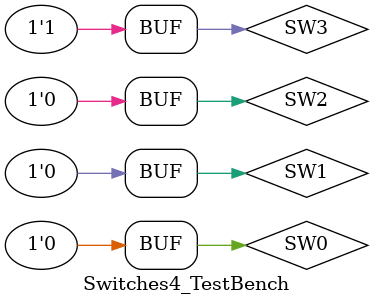
<source format=v>
`timescale 1ns / 1ps


module Switches4_TestBench(
    );

    reg SW0;
    reg SW1;
    reg SW2;
    reg SW3;
    wire LED0;
    wire LED1;
    wire LED2;
    wire LED3;

    // Instantiation
    Switches4 UUT (SW0,SW1,SW2,SW3,LED0,LED1,LED2,LED3);

    initial begin
    SW0=0;
    SW1=0;
    SW2=0;
    SW3=0;
    #100;

    SW0=1;
    SW1=0;
    SW2=0;
    SW3=0;
    #100;

    SW0=0;
    SW1=1;
    SW2=0;
    SW3=0;
    #100;

    SW0=0;
    SW1=0;
    SW2=1;
    SW3=0;
    #100;

    SW0=0;
    SW1=0;
    SW2=0;
    SW3=1;
    #100;
    end

endmodule

</source>
